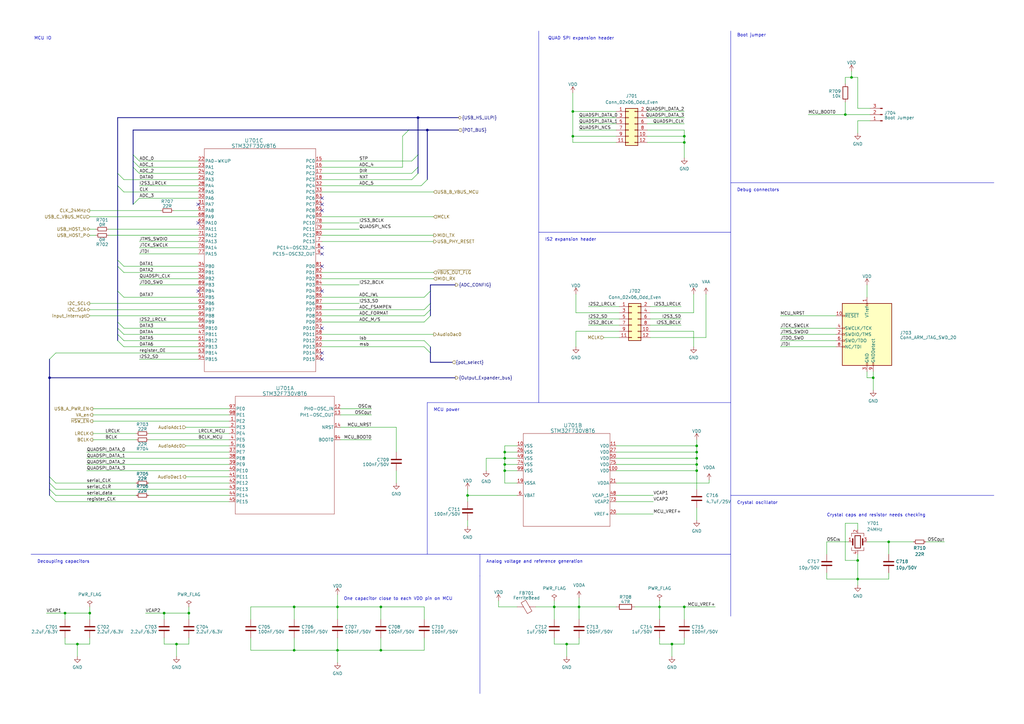
<source format=kicad_sch>
(kicad_sch (version 20230121) (generator eeschema)
  (paper "A3")
  (bus_alias "Output_Expander_bus" (members "serial_CLK" "serial_CLR" "serial_data" "register_CLK" "register_OE"))
  (bus_alias "USB_HS_ULPI" (members "STP" "DIR" "NXT" "DATA0" "DATA1" "DATA2" "DATA3" "DATA4" "DATA5" "DATA6" "DATA7" "CLK"))
  (bus_alias "pot_select" (members "lsb" "msb"))
  (junction (at 280.67 58.42))
  (junction (at 227.33 248.92))
  (junction (at 207.01 185.42))
  (junction (at 351.79 229.87))
  (junction (at 26.67 251.46))
  (junction (at 36.83 251.46))
  (junction (at 280.67 248.92))
  (junction (at 67.31 251.46))
  (junction (at 156.21 266.7))
  (junction (at 191.77 203.2))
  (junction (at 232.41 264.16))
  (junction (at 285.75 185.42))
  (junction (at 138.43 248.92))
  (junction (at 120.65 248.92))
  (junction (at 270.51 248.92))
  (junction (at 349.25 31.75))
  (junction (at 364.49 222.25))
  (junction (at 171.45 48.26))
  (junction (at 285.75 187.96))
  (junction (at 234.95 55.88))
  (junction (at 275.59 264.16))
  (junction (at 72.39 264.16))
  (junction (at 285.75 190.5))
  (junction (at 31.75 264.16))
  (junction (at 120.65 266.7))
  (junction (at 234.95 45.72))
  (junction (at 237.49 248.92))
  (junction (at 77.47 251.46))
  (junction (at 138.43 266.7))
  (junction (at 346.71 46.99))
  (junction (at 285.75 182.88))
  (junction (at 20.32 154.94))
  (junction (at 358.14 154.94))
  (junction (at 280.67 55.88))
  (junction (at 175.26 53.34))
  (junction (at 285.75 193.04))
  (junction (at 156.21 248.92))
  (junction (at 351.79 237.49))
  (junction (at 207.01 187.96))
  (junction (at 207.01 190.5))
  (junction (at 207.01 193.04))
  (no_connect (at 132.08 144.78))
  (no_connect (at 81.28 119.38))
  (no_connect (at 132.08 81.28))
  (no_connect (at 132.08 104.14))
  (no_connect (at 132.08 147.32))
  (no_connect (at 132.08 119.38))
  (no_connect (at 81.28 83.82))
  (no_connect (at 132.08 134.62))
  (no_connect (at 132.08 101.6))
  (no_connect (at 81.28 91.44))
  (no_connect (at 132.08 83.82))
  (no_connect (at 132.08 109.22))
  (no_connect (at 132.08 86.36))
  (bus_entry (at 48.26 76.2) (size 2.54 2.54))
  (bus_entry (at 54.61 66.04) (size 2.54 2.54))
  (bus_entry (at 176.53 129.54) (size -2.54 2.54))
  (bus_entry (at 173.99 139.7) (size 2.54 2.54))
  (bus_entry (at 20.32 198.12) (size 2.54 2.54))
  (bus_entry (at 48.26 109.22) (size 2.54 2.54))
  (bus_entry (at 20.32 200.66) (size 2.54 2.54))
  (bus_entry (at 54.61 63.5) (size 2.54 2.54))
  (bus_entry (at 20.32 195.58) (size 2.54 2.54))
  (bus_entry (at 168.91 71.12) (size 2.54 -2.54))
  (bus_entry (at 54.61 68.58) (size 2.54 2.54))
  (bus_entry (at 48.26 137.16) (size 2.54 2.54))
  (bus_entry (at 176.53 124.46) (size -2.54 2.54))
  (bus_entry (at 48.26 132.08) (size 2.54 2.54))
  (bus_entry (at 48.26 71.12) (size 2.54 2.54))
  (bus_entry (at 175.26 73.66) (size -2.54 2.54))
  (bus_entry (at 176.53 127) (size -2.54 2.54))
  (bus_entry (at 176.53 119.38) (size -2.54 2.54))
  (bus_entry (at 48.26 106.68) (size 2.54 2.54))
  (bus_entry (at 167.64 53.34) (size -2.54 2.54))
  (bus_entry (at 173.99 142.24) (size 2.54 2.54))
  (bus_entry (at 57.15 81.28) (size -2.54 2.54))
  (bus_entry (at 48.26 139.7) (size 2.54 2.54))
  (bus_entry (at 48.26 134.62) (size 2.54 2.54))
  (bus_entry (at 20.32 203.2) (size 2.54 2.54))
  (bus_entry (at 48.26 119.38) (size 2.54 2.54))
  (bus_entry (at 168.91 66.04) (size 2.54 -2.54))
  (bus_entry (at 168.91 73.66) (size 2.54 -2.54))
  (bus_entry (at 22.86 144.78) (size -2.54 2.54))
  (bus (pts (xy 48.26 132.08) (xy 48.26 119.38)))
  (wire (pts (xy 356.87 49.53) (xy 351.79 49.53)))
  (wire (pts (xy 67.31 261.62) (xy 67.31 264.16)))
  (wire (pts (xy 351.79 31.75) (xy 349.25 31.75)))
  (wire (pts (xy 355.6 222.25) (xy 364.49 222.25)))
  (wire (pts (xy 76.2 182.88) (xy 93.98 182.88)))
  (wire (pts (xy 57.15 132.08) (xy 81.28 132.08)))
  (wire (pts (xy 379.73 222.25) (xy 387.35 222.25)))
  (wire (pts (xy 132.08 132.08) (xy 173.99 132.08)))
  (wire (pts (xy 191.77 213.36) (xy 191.77 215.9)))
  (bus (pts (xy 48.26 48.26) (xy 171.45 48.26)))
  (polyline (pts (xy 299.72 12.7) (xy 299.72 74.93)))
  (wire (pts (xy 132.08 91.44) (xy 147.32 91.44)))
  (wire (pts (xy 212.09 198.12) (xy 207.01 198.12)))
  (wire (pts (xy 207.01 185.42) (xy 207.01 187.96)))
  (wire (pts (xy 280.67 53.34) (xy 280.67 55.88)))
  (bus (pts (xy 20.32 195.58) (xy 20.32 198.12)))
  (wire (pts (xy 285.75 187.96) (xy 285.75 185.42)))
  (wire (pts (xy 207.01 190.5) (xy 207.01 193.04)))
  (wire (pts (xy 38.1 170.18) (xy 93.98 170.18)))
  (wire (pts (xy 138.43 266.7) (xy 138.43 261.62)))
  (bus (pts (xy 20.32 198.12) (xy 20.32 200.66)))
  (wire (pts (xy 132.08 71.12) (xy 168.91 71.12)))
  (wire (pts (xy 252.73 210.82) (xy 267.97 210.82)))
  (wire (pts (xy 285.75 190.5) (xy 285.75 187.96)))
  (wire (pts (xy 275.59 264.16) (xy 275.59 269.24)))
  (bus (pts (xy 54.61 66.04) (xy 54.61 63.5)))
  (wire (pts (xy 36.83 86.36) (xy 66.04 86.36)))
  (wire (pts (xy 355.6 116.84) (xy 355.6 121.92)))
  (bus (pts (xy 185.42 148.59) (xy 176.53 148.59)))
  (wire (pts (xy 207.01 193.04) (xy 212.09 193.04)))
  (wire (pts (xy 57.15 116.84) (xy 81.28 116.84)))
  (wire (pts (xy 252.73 58.42) (xy 234.95 58.42)))
  (wire (pts (xy 71.12 86.36) (xy 81.28 86.36)))
  (polyline (pts (xy 299.72 203.2) (xy 299.72 165.1)))
  (wire (pts (xy 351.79 237.49) (xy 351.79 240.03)))
  (wire (pts (xy 252.73 193.04) (xy 285.75 193.04)))
  (wire (pts (xy 227.33 246.38) (xy 227.33 248.92)))
  (wire (pts (xy 36.83 124.46) (xy 81.28 124.46)))
  (wire (pts (xy 364.49 222.25) (xy 364.49 227.33)))
  (wire (pts (xy 50.8 111.76) (xy 81.28 111.76)))
  (wire (pts (xy 38.1 180.34) (xy 55.88 180.34)))
  (wire (pts (xy 36.83 251.46) (xy 36.83 254)))
  (wire (pts (xy 232.41 264.16) (xy 227.33 264.16)))
  (wire (pts (xy 252.73 185.42) (xy 285.75 185.42)))
  (wire (pts (xy 102.87 266.7) (xy 120.65 266.7)))
  (wire (pts (xy 241.3 130.81) (xy 254 130.81)))
  (wire (pts (xy 331.47 46.99) (xy 346.71 46.99)))
  (wire (pts (xy 289.56 120.65) (xy 289.56 138.43)))
  (wire (pts (xy 265.43 58.42) (xy 280.67 58.42)))
  (wire (pts (xy 270.51 246.38) (xy 270.51 248.92)))
  (wire (pts (xy 270.51 264.16) (xy 270.51 261.62)))
  (polyline (pts (xy 12.7 227.33) (xy 196.85 227.33)))
  (wire (pts (xy 93.98 195.58) (xy 76.2 195.58)))
  (wire (pts (xy 36.83 88.9) (xy 81.28 88.9)))
  (wire (pts (xy 138.43 266.7) (xy 138.43 271.78)))
  (wire (pts (xy 132.08 73.66) (xy 168.91 73.66)))
  (bus (pts (xy 167.64 53.34) (xy 175.26 53.34)))
  (wire (pts (xy 252.73 55.88) (xy 234.95 55.88)))
  (bus (pts (xy 48.26 71.12) (xy 48.26 48.26)))
  (wire (pts (xy 138.43 243.84) (xy 138.43 248.92)))
  (wire (pts (xy 207.01 182.88) (xy 207.01 185.42)))
  (wire (pts (xy 120.65 248.92) (xy 138.43 248.92)))
  (wire (pts (xy 132.08 99.06) (xy 177.8 99.06)))
  (wire (pts (xy 212.09 248.92) (xy 204.47 248.92)))
  (wire (pts (xy 270.51 248.92) (xy 270.51 254)))
  (bus (pts (xy 176.53 119.38) (xy 176.53 116.84)))
  (wire (pts (xy 212.09 187.96) (xy 207.01 187.96)))
  (wire (pts (xy 102.87 254) (xy 102.87 248.92)))
  (wire (pts (xy 50.8 78.74) (xy 81.28 78.74)))
  (bus (pts (xy 20.32 200.66) (xy 20.32 203.2)))
  (bus (pts (xy 54.61 68.58) (xy 54.61 66.04)))
  (bus (pts (xy 48.26 119.38) (xy 48.26 109.22)))
  (wire (pts (xy 346.71 41.91) (xy 346.71 46.99)))
  (wire (pts (xy 35.56 193.04) (xy 93.98 193.04)))
  (wire (pts (xy 132.08 68.58) (xy 165.1 68.58)))
  (wire (pts (xy 173.99 261.62) (xy 173.99 266.7)))
  (wire (pts (xy 265.43 45.72) (xy 280.67 45.72)))
  (wire (pts (xy 22.86 200.66) (xy 93.98 200.66)))
  (wire (pts (xy 355.6 152.4) (xy 355.6 154.94)))
  (bus (pts (xy 171.45 48.26) (xy 187.96 48.26)))
  (wire (pts (xy 285.75 193.04) (xy 285.75 200.66)))
  (wire (pts (xy 173.99 254) (xy 173.99 248.92)))
  (wire (pts (xy 241.3 133.35) (xy 254 133.35)))
  (wire (pts (xy 132.08 114.3) (xy 177.8 114.3)))
  (wire (pts (xy 351.79 229.87) (xy 351.79 237.49)))
  (wire (pts (xy 351.79 49.53) (xy 351.79 54.61)))
  (wire (pts (xy 252.73 190.5) (xy 285.75 190.5)))
  (wire (pts (xy 57.15 76.2) (xy 81.28 76.2)))
  (bus (pts (xy 175.26 53.34) (xy 175.26 73.66)))
  (wire (pts (xy 72.39 264.16) (xy 77.47 264.16)))
  (wire (pts (xy 165.1 55.88) (xy 165.1 68.58)))
  (bus (pts (xy 175.26 53.34) (xy 187.96 53.34)))
  (wire (pts (xy 265.43 50.8) (xy 280.67 50.8)))
  (wire (pts (xy 132.08 88.9) (xy 177.8 88.9)))
  (wire (pts (xy 156.21 266.7) (xy 138.43 266.7)))
  (wire (pts (xy 320.04 134.62) (xy 342.9 134.62)))
  (wire (pts (xy 290.83 198.12) (xy 252.73 198.12)))
  (wire (pts (xy 132.08 137.16) (xy 177.8 137.16)))
  (wire (pts (xy 252.73 205.74) (xy 267.97 205.74)))
  (wire (pts (xy 227.33 264.16) (xy 227.33 261.62)))
  (wire (pts (xy 237.49 245.11) (xy 237.49 248.92)))
  (wire (pts (xy 191.77 200.66) (xy 191.77 203.2)))
  (wire (pts (xy 22.86 205.74) (xy 93.98 205.74)))
  (wire (pts (xy 349.25 29.21) (xy 349.25 31.75)))
  (bus (pts (xy 20.32 154.94) (xy 20.32 195.58)))
  (wire (pts (xy 280.67 58.42) (xy 280.67 64.77)))
  (wire (pts (xy 320.04 137.16) (xy 342.9 137.16)))
  (wire (pts (xy 139.7 167.64) (xy 152.4 167.64)))
  (wire (pts (xy 132.08 111.76) (xy 177.8 111.76)))
  (wire (pts (xy 252.73 203.2) (xy 267.97 203.2)))
  (wire (pts (xy 50.8 134.62) (xy 81.28 134.62)))
  (wire (pts (xy 237.49 50.8) (xy 252.73 50.8)))
  (wire (pts (xy 349.25 31.75) (xy 346.71 31.75)))
  (wire (pts (xy 36.83 248.92) (xy 36.83 251.46)))
  (wire (pts (xy 285.75 182.88) (xy 252.73 182.88)))
  (wire (pts (xy 212.09 182.88) (xy 207.01 182.88)))
  (wire (pts (xy 339.09 237.49) (xy 351.79 237.49)))
  (wire (pts (xy 72.39 264.16) (xy 72.39 269.24)))
  (wire (pts (xy 22.86 144.78) (xy 81.28 144.78)))
  (wire (pts (xy 38.1 167.64) (xy 93.98 167.64)))
  (wire (pts (xy 132.08 129.54) (xy 173.99 129.54)))
  (wire (pts (xy 293.37 248.92) (xy 280.67 248.92)))
  (wire (pts (xy 280.67 55.88) (xy 280.67 58.42)))
  (wire (pts (xy 26.67 251.46) (xy 36.83 251.46)))
  (wire (pts (xy 275.59 264.16) (xy 270.51 264.16)))
  (wire (pts (xy 120.65 266.7) (xy 138.43 266.7)))
  (wire (pts (xy 234.95 38.1) (xy 234.95 45.72)))
  (wire (pts (xy 290.83 198.12) (xy 290.83 196.85)))
  (wire (pts (xy 76.2 175.26) (xy 93.98 175.26)))
  (polyline (pts (xy 299.72 203.2) (xy 407.67 203.2)))
  (bus (pts (xy 176.53 127) (xy 176.53 129.54)))
  (wire (pts (xy 132.08 96.52) (xy 177.8 96.52)))
  (wire (pts (xy 265.43 55.88) (xy 280.67 55.88)))
  (wire (pts (xy 284.48 135.89) (xy 266.7 135.89)))
  (wire (pts (xy 60.96 203.2) (xy 93.98 203.2)))
  (wire (pts (xy 35.56 187.96) (xy 93.98 187.96)))
  (wire (pts (xy 347.98 222.25) (xy 339.09 222.25)))
  (bus (pts (xy 176.53 116.84) (xy 186.69 116.84)))
  (wire (pts (xy 339.09 234.95) (xy 339.09 237.49)))
  (wire (pts (xy 339.09 222.25) (xy 339.09 227.33)))
  (wire (pts (xy 162.56 175.26) (xy 139.7 175.26)))
  (bus (pts (xy 176.53 144.78) (xy 176.53 148.59)))
  (wire (pts (xy 102.87 261.62) (xy 102.87 266.7)))
  (wire (pts (xy 36.83 127) (xy 81.28 127)))
  (wire (pts (xy 26.67 251.46) (xy 26.67 254)))
  (wire (pts (xy 232.41 264.16) (xy 232.41 269.24)))
  (polyline (pts (xy 299.72 227.33) (xy 299.72 252.73)))
  (bus (pts (xy 48.26 76.2) (xy 48.26 71.12)))
  (wire (pts (xy 67.31 264.16) (xy 72.39 264.16)))
  (polyline (pts (xy 299.72 165.1) (xy 299.72 74.93)))
  (wire (pts (xy 36.83 264.16) (xy 36.83 261.62)))
  (wire (pts (xy 266.7 125.73) (xy 279.4 125.73)))
  (wire (pts (xy 77.47 264.16) (xy 77.47 261.62)))
  (wire (pts (xy 252.73 187.96) (xy 285.75 187.96)))
  (wire (pts (xy 38.1 177.8) (xy 55.88 177.8)))
  (bus (pts (xy 20.32 154.94) (xy 186.69 154.94)))
  (wire (pts (xy 132.08 66.04) (xy 168.91 66.04)))
  (wire (pts (xy 212.09 185.42) (xy 207.01 185.42)))
  (wire (pts (xy 36.83 93.98) (xy 39.37 93.98)))
  (polyline (pts (xy 175.26 165.1) (xy 175.26 227.33)))
  (bus (pts (xy 48.26 134.62) (xy 48.26 132.08)))
  (wire (pts (xy 356.87 44.45) (xy 351.79 44.45)))
  (wire (pts (xy 60.96 180.34) (xy 93.98 180.34)))
  (wire (pts (xy 22.86 203.2) (xy 55.88 203.2)))
  (wire (pts (xy 280.67 264.16) (xy 275.59 264.16)))
  (wire (pts (xy 173.99 266.7) (xy 156.21 266.7)))
  (wire (pts (xy 173.99 248.92) (xy 156.21 248.92)))
  (wire (pts (xy 26.67 261.62) (xy 26.67 264.16)))
  (wire (pts (xy 132.08 76.2) (xy 172.72 76.2)))
  (wire (pts (xy 236.22 120.65) (xy 236.22 128.27)))
  (wire (pts (xy 234.95 45.72) (xy 252.73 45.72)))
  (bus (pts (xy 171.45 68.58) (xy 171.45 71.12)))
  (wire (pts (xy 284.48 120.65) (xy 284.48 128.27)))
  (wire (pts (xy 236.22 128.27) (xy 254 128.27)))
  (wire (pts (xy 57.15 101.6) (xy 81.28 101.6)))
  (wire (pts (xy 139.7 170.18) (xy 152.4 170.18)))
  (wire (pts (xy 346.71 214.63) (xy 346.71 229.87)))
  (wire (pts (xy 241.3 125.73) (xy 254 125.73)))
  (wire (pts (xy 38.1 172.72) (xy 93.98 172.72)))
  (wire (pts (xy 60.96 177.8) (xy 93.98 177.8)))
  (polyline (pts (xy 220.98 95.25) (xy 299.72 95.25)))
  (wire (pts (xy 234.95 58.42) (xy 234.95 55.88)))
  (wire (pts (xy 132.08 124.46) (xy 147.32 124.46)))
  (bus (pts (xy 176.53 142.24) (xy 176.53 144.78)))
  (wire (pts (xy 237.49 248.92) (xy 227.33 248.92)))
  (wire (pts (xy 284.48 135.89) (xy 284.48 142.24)))
  (wire (pts (xy 102.87 248.92) (xy 120.65 248.92)))
  (bus (pts (xy 20.32 147.32) (xy 20.32 154.94)))
  (wire (pts (xy 138.43 248.92) (xy 138.43 254)))
  (wire (pts (xy 162.56 193.04) (xy 162.56 198.12)))
  (wire (pts (xy 346.71 31.75) (xy 346.71 34.29)))
  (wire (pts (xy 57.15 66.04) (xy 81.28 66.04)))
  (bus (pts (xy 48.26 109.22) (xy 48.26 106.68)))
  (wire (pts (xy 36.83 129.54) (xy 81.28 129.54)))
  (wire (pts (xy 57.15 68.58) (xy 81.28 68.58)))
  (wire (pts (xy 57.15 104.14) (xy 81.28 104.14)))
  (wire (pts (xy 26.67 264.16) (xy 31.75 264.16)))
  (wire (pts (xy 60.96 198.12) (xy 93.98 198.12)))
  (wire (pts (xy 67.31 251.46) (xy 77.47 251.46)))
  (wire (pts (xy 285.75 208.28) (xy 285.75 213.36)))
  (wire (pts (xy 139.7 180.34) (xy 152.4 180.34)))
  (wire (pts (xy 237.49 53.34) (xy 252.73 53.34)))
  (wire (pts (xy 236.22 135.89) (xy 254 135.89)))
  (wire (pts (xy 212.09 203.2) (xy 191.77 203.2)))
  (wire (pts (xy 77.47 248.92) (xy 77.47 251.46)))
  (polyline (pts (xy 220.98 165.1) (xy 220.98 95.25)))
  (wire (pts (xy 227.33 248.92) (xy 219.71 248.92)))
  (wire (pts (xy 351.79 237.49) (xy 364.49 237.49)))
  (wire (pts (xy 237.49 264.16) (xy 232.41 264.16)))
  (wire (pts (xy 279.4 133.35) (xy 266.7 133.35)))
  (wire (pts (xy 57.15 81.28) (xy 81.28 81.28)))
  (bus (pts (xy 48.26 76.2) (xy 48.26 106.68)))
  (wire (pts (xy 280.67 248.92) (xy 280.67 254)))
  (wire (pts (xy 57.15 147.32) (xy 81.28 147.32)))
  (bus (pts (xy 171.45 63.5) (xy 171.45 68.58)))
  (wire (pts (xy 320.04 142.24) (xy 342.9 142.24)))
  (wire (pts (xy 320.04 129.54) (xy 342.9 129.54)))
  (wire (pts (xy 320.04 139.7) (xy 342.9 139.7)))
  (wire (pts (xy 364.49 237.49) (xy 364.49 234.95)))
  (wire (pts (xy 279.4 130.81) (xy 266.7 130.81)))
  (wire (pts (xy 35.56 190.5) (xy 93.98 190.5)))
  (bus (pts (xy 48.26 137.16) (xy 48.26 134.62)))
  (wire (pts (xy 156.21 254) (xy 156.21 248.92)))
  (bus (pts (xy 176.53 124.46) (xy 176.53 127)))
  (wire (pts (xy 237.49 261.62) (xy 237.49 264.16)))
  (wire (pts (xy 36.83 96.52) (xy 39.37 96.52)))
  (wire (pts (xy 31.75 264.16) (xy 36.83 264.16)))
  (wire (pts (xy 280.67 248.92) (xy 270.51 248.92)))
  (wire (pts (xy 35.56 185.42) (xy 93.98 185.42)))
  (wire (pts (xy 204.47 246.38) (xy 204.47 248.92)))
  (wire (pts (xy 346.71 229.87) (xy 351.79 229.87)))
  (wire (pts (xy 351.79 217.17) (xy 351.79 214.63)))
  (wire (pts (xy 120.65 248.92) (xy 120.65 254)))
  (wire (pts (xy 132.08 121.92) (xy 173.99 121.92)))
  (wire (pts (xy 284.48 128.27) (xy 266.7 128.27)))
  (bus (pts (xy 176.53 119.38) (xy 176.53 124.46)))
  (wire (pts (xy 50.8 73.66) (xy 81.28 73.66)))
  (wire (pts (xy 364.49 222.25) (xy 374.65 222.25)))
  (wire (pts (xy 132.08 127) (xy 173.99 127)))
  (polyline (pts (xy 299.72 74.93) (xy 407.67 74.93)))
  (wire (pts (xy 50.8 121.92) (xy 81.28 121.92)))
  (wire (pts (xy 19.05 251.46) (xy 26.67 251.46)))
  (wire (pts (xy 120.65 261.62) (xy 120.65 266.7)))
  (wire (pts (xy 265.43 53.34) (xy 280.67 53.34)))
  (wire (pts (xy 351.79 214.63) (xy 346.71 214.63)))
  (wire (pts (xy 351.79 227.33) (xy 351.79 229.87)))
  (polyline (pts (xy 299.72 165.1) (xy 175.26 165.1)))
  (wire (pts (xy 50.8 139.7) (xy 81.28 139.7)))
  (wire (pts (xy 358.14 154.94) (xy 358.14 160.02)))
  (wire (pts (xy 237.49 48.26) (xy 252.73 48.26)))
  (bus (pts (xy 54.61 63.5) (xy 54.61 53.34)))
  (wire (pts (xy 77.47 251.46) (xy 77.47 254)))
  (wire (pts (xy 199.39 193.04) (xy 199.39 187.96)))
  (wire (pts (xy 247.65 138.43) (xy 254 138.43)))
  (wire (pts (xy 234.95 55.88) (xy 234.95 45.72)))
  (bus (pts (xy 48.26 139.7) (xy 48.26 137.16)))
  (wire (pts (xy 346.71 46.99) (xy 356.87 46.99)))
  (wire (pts (xy 156.21 261.62) (xy 156.21 266.7)))
  (polyline (pts (xy 220.98 12.7) (xy 220.98 95.25)))
  (wire (pts (xy 280.67 261.62) (xy 280.67 264.16)))
  (wire (pts (xy 236.22 135.89) (xy 236.22 142.24)))
  (wire (pts (xy 289.56 138.43) (xy 266.7 138.43)))
  (wire (pts (xy 132.08 78.74) (xy 177.8 78.74)))
  (wire (pts (xy 162.56 175.26) (xy 162.56 185.42)))
  (wire (pts (xy 132.08 139.7) (xy 173.99 139.7)))
  (wire (pts (xy 50.8 109.22) (xy 81.28 109.22)))
  (wire (pts (xy 31.75 264.16) (xy 31.75 269.24)))
  (wire (pts (xy 132.08 142.24) (xy 173.99 142.24)))
  (polyline (pts (xy 196.85 236.22) (xy 196.85 227.33)))
  (wire (pts (xy 252.73 248.92) (xy 237.49 248.92)))
  (wire (pts (xy 227.33 248.92) (xy 227.33 254)))
  (wire (pts (xy 212.09 190.5) (xy 207.01 190.5)))
  (wire (pts (xy 207.01 198.12) (xy 207.01 193.04)))
  (bus (pts (xy 54.61 53.34) (xy 167.64 53.34)))
  (wire (pts (xy 57.15 71.12) (xy 81.28 71.12)))
  (wire (pts (xy 67.31 251.46) (xy 67.31 254)))
  (wire (pts (xy 285.75 180.34) (xy 285.75 182.88)))
  (wire (pts (xy 50.8 137.16) (xy 81.28 137.16)))
  (wire (pts (xy 351.79 31.75) (xy 351.79 44.45)))
  (wire (pts (xy 44.45 96.52) (xy 81.28 96.52)))
  (wire (pts (xy 285.75 193.04) (xy 285.75 190.5)))
  (wire (pts (xy 50.8 142.24) (xy 81.28 142.24)))
  (wire (pts (xy 270.51 248.92) (xy 260.35 248.92)))
  (wire (pts (xy 355.6 154.94) (xy 358.14 154.94)))
  (wire (pts (xy 57.15 114.3) (xy 81.28 114.3)))
  (bus (pts (xy 171.45 48.26) (xy 171.45 63.5)))
  (wire (pts (xy 44.45 93.98) (xy 81.28 93.98)))
  (wire (pts (xy 22.86 198.12) (xy 55.88 198.12)))
  (wire (pts (xy 132.08 93.98) (xy 147.32 93.98)))
  (wire (pts (xy 191.77 203.2) (xy 191.77 205.74)))
  (wire (pts (xy 156.21 248.92) (xy 138.43 248.92)))
  (bus (pts (xy 54.61 68.58) (xy 54.61 83.82)))
  (polyline (pts (xy 196.85 227.33) (xy 299.72 227.33)))
  (wire (pts (xy 59.69 251.46) (xy 67.31 251.46)))
  (wire (pts (xy 265.43 48.26) (xy 280.67 48.26)))
  (polyline (pts (xy 299.72 227.33) (xy 299.72 203.2)))
  (wire (pts (xy 132.08 116.84) (xy 147.32 116.84)))
  (wire (pts (xy 199.39 187.96) (xy 207.01 187.96)))
  (polyline (pts (xy 196.85 236.22) (xy 196.85 284.48)))
  (wire (pts (xy 207.01 187.96) (xy 207.01 190.5)))
  (wire (pts (xy 285.75 185.42) (xy 285.75 182.88)))
  (wire (pts (xy 57.15 99.06) (xy 81.28 99.06)))
  (wire (pts (xy 237.49 248.92) (xy 237.49 254)))
  (wire (pts (xy 358.14 152.4) (xy 358.14 154.94)))
  (text "Decoupling capacitors" (at 15.24 231.14 0) (effects (font (size 1.27 1.27)) (justify left bottom)))
  (text "Debug connectors" (at 302.26 78.74 0) (effects (font (size 1.27 1.27)) (justify left bottom)))
  (text "QUAD SPI expansion header" (at 224.79 16.51 0) (effects (font (size 1.27 1.27)) (justify left bottom)))
  (text "Boot jumper" (at 302.26 15.24 0) (effects (font (size 1.27 1.27)) (justify left bottom)))
  (text "MCU IO" (at 13.97 16.51 0) (effects (font (size 1.27 1.27)) (justify left bottom)))
  (text "Analog voltage and reference generation" (at 199.39 231.14 0) (effects (font (size 1.27 1.27)) (justify left bottom)))
  (text "Crystal caps and resistor needs checking\n" (at 339.09 212.09 0) (effects (font (size 1.27 1.27)) (justify left bottom)))
  (text "MCU power" (at 177.8 168.91 0) (effects (font (size 1.27 1.27)) (justify left bottom)))
  (text "One capacitor close to each VDD pin on MCU" (at 140.97 246.38 0) (effects (font (size 1.27 1.27)) (justify left bottom)))
  (text "IS2 expansion header" (at 223.52 99.06 0) (effects (font (size 1.27 1.27)) (justify left bottom)))
  (text "Crystal oscillator" (at 302.26 207.01 0) (effects (font (size 1.27 1.27)) (justify left bottom)))
  (label "I2S3_SD" (at 279.4 130.81 180))
  (label "register_CLK" (at 35.56 205.74 0))
  (label "JTDO_SWO" (at 57.15 116.84 0))
  (label "QUADSPI_DATA_3" (at 280.67 48.26 180))
  (label "ADC_4" (at 147.32 68.58 0))
  (label "NXT" (at 147.32 73.66 0))
  (label "I2S2_SD" (at 241.3 130.81 0))
  (label "MCU_VREF+" (at 293.37 248.92 180))
  (label "DATA5" (at 57.15 139.7 0))
  (label "CLK" (at 57.15 78.74 0))
  (label "I2S2_LRCLK" (at 241.3 125.73 0))
  (label "MCU_VREF+" (at 267.97 210.82 0))
  (label "JTDI" (at 320.04 142.24 0))
  (label "I2S3_SD" (at 147.32 124.46 0))
  (label "VCAP1" (at 19.05 251.46 0))
  (label "serial_CLR" (at 35.56 200.66 0))
  (label "MCU_BOOT0" (at 152.4 180.34 180))
  (label "JTCK_SWCLK" (at 57.15 101.6 0))
  (label "BCLK" (at 43.18 180.34 0))
  (label "ADC_IWL" (at 147.32 121.92 0))
  (label "ADC_FORMAT" (at 147.32 129.54 0))
  (label "ADC_1" (at 57.15 68.58 0))
  (label "ADC_0" (at 57.15 66.04 0))
  (label "STP" (at 147.32 66.04 0))
  (label "I2S2_SD" (at 57.15 147.32 0))
  (label "OSC_{OUT}" (at 387.35 222.25 180))
  (label "DIR" (at 147.32 71.12 0))
  (label "OSC_{OUT}" (at 152.4 170.18 180))
  (label "I2S2_LRCLK" (at 57.15 132.08 0))
  (label "I2S3_LRCLK" (at 279.4 125.73 180))
  (label "VCAP2" (at 267.97 205.74 0))
  (label "OSC_{IN}" (at 152.4 167.64 180))
  (label "ADC_M{slash}S" (at 147.32 132.08 0))
  (label "QUADSPI_NCS" (at 237.49 53.34 0))
  (label "JTMS_SWDIO" (at 57.15 99.06 0))
  (label "LRCLK" (at 43.18 177.8 0))
  (label "QUADSPI_DATA_1" (at 35.56 187.96 0))
  (label "ADC_3" (at 57.15 81.28 0))
  (label "LRCLK_MCU" (at 81.28 177.8 0))
  (label "lsb" (at 147.32 139.7 0))
  (label "QUADSPI_NCS" (at 147.32 93.98 0))
  (label "register_OE" (at 57.15 144.78 0))
  (label "DATA7" (at 57.15 121.92 0))
  (label "ADC_5" (at 147.32 76.2 0))
  (label "OSC_{IN}" (at 339.09 222.25 0))
  (label "DATA2" (at 57.15 111.76 0))
  (label "I2S3_BCLK" (at 279.4 133.35 180))
  (label "QUADSPI_CLK" (at 280.67 50.8 180))
  (label "serial_CLK" (at 35.56 198.12 0))
  (label "MCU_NRST" (at 152.4 175.26 180))
  (label "VCAP1" (at 267.97 203.2 0))
  (label "serial_data" (at 35.56 203.2 0))
  (label "I2S3_LRCLK" (at 57.15 76.2 0))
  (label "JTCK_SWCLK" (at 320.04 134.62 0))
  (label "QUADSPI_DATA_2" (at 280.67 45.72 180))
  (label "ADC_2" (at 57.15 71.12 0))
  (label "QUADSPI_CLK" (at 57.15 114.3 0))
  (label "QUADSPI_DATA_0" (at 237.49 48.26 0))
  (label "QUADSPI_DATA_1" (at 237.49 50.8 0))
  (label "BCLK_MCU" (at 81.28 180.34 0))
  (label "I2S2_BCLK" (at 241.3 133.35 0))
  (label "QUADSPI_DATA_3" (at 35.56 193.04 0))
  (label "DATA1" (at 57.15 109.22 0))
  (label "QUADSPI_DATA_0" (at 35.56 185.42 0))
  (label "DATA0" (at 57.15 73.66 0))
  (label "JTMS_SWDIO" (at 320.04 137.16 0))
  (label "MCU_BOOT0" (at 331.47 46.99 0))
  (label "QUADSPI_DATA_2" (at 35.56 190.5 0))
  (label "msb" (at 147.32 142.24 0))
  (label "I2S2_BCLK" (at 147.32 116.84 0))
  (label "MCU_NRST" (at 320.04 129.54 0))
  (label "VCAP2" (at 59.69 251.46 0))
  (label "ADC_FSAMPEN" (at 147.32 127 0))
  (label "JTDO_SWO" (at 320.04 139.7 0))
  (label "DATA6" (at 57.15 142.24 0))
  (label "JTDI" (at 57.15 104.14 0))
  (label "DATA4" (at 57.15 137.16 0))
  (label "DATA3" (at 57.15 134.62 0))
  (label "I2S3_BCLK" (at 147.32 91.44 0))
  (hierarchical_label "CLK_24MHz" (shape output) (at 36.83 86.36 180))
  (hierarchical_label "USB_C_VBUS_MCU" (shape input) (at 36.83 88.9 180))
  (hierarchical_label "I2C_SCA" (shape bidirectional) (at 36.83 127 180))
  (hierarchical_label "VA_en" (shape output) (at 38.1 170.18 180))
  (hierarchical_label "{Output_Expander_bus}" (shape output) (at 186.69 154.94 0))
  (hierarchical_label "AudioAdc0" (shape input) (at 76.2 182.88 180))
  (hierarchical_label "AudioDac0" (shape output) (at 177.8 137.16 0))
  (hierarchical_label "MIDI_TX" (shape output) (at 177.8 96.52 0))
  (hierarchical_label "{ADC_CONFIG}" (shape output) (at 186.69 116.84 0))
  (hierarchical_label "MCLK" (shape input) (at 177.8 88.9 0))
  (hierarchical_label "{POT_BUS}" (shape input) (at 187.96 53.34 0))
  (hierarchical_label "{USB_HS_ULPI}" (shape bidirectional) (at 187.96 48.26 0))
  (hierarchical_label "BCLK" (shape output) (at 38.1 180.34 180))
  (hierarchical_label "input_interrupt" (shape input) (at 36.83 129.54 180))
  (hierarchical_label "USB_A_PWR_EN" (shape output) (at 38.1 167.64 180))
  (hierarchical_label "USB_HOST_N" (shape bidirectional) (at 36.83 93.98 180))
  (hierarchical_label "USB_HOST_P" (shape bidirectional) (at 36.83 96.52 180))
  (hierarchical_label "USB_PHY_RESET" (shape output) (at 177.8 99.06 0))
  (hierarchical_label "AudioDac1" (shape output) (at 76.2 195.58 180))
  (hierarchical_label "USB_B_VBUS_MCU" (shape input) (at 177.8 78.74 0))
  (hierarchical_label "I2C_SCL" (shape output) (at 36.83 124.46 180))
  (hierarchical_label "{pot_select}" (shape input) (at 185.42 148.59 0))
  (hierarchical_label "~{HSW_EN}" (shape output) (at 38.1 172.72 180))
  (hierarchical_label "~{VBUS_OUT_FLG}" (shape input) (at 177.8 111.76 0))
  (hierarchical_label "MIDI_RX" (shape input) (at 177.8 114.3 0))
  (hierarchical_label "MCLK" (shape input) (at 247.65 138.43 180))
  (hierarchical_label "AudioAdc1" (shape input) (at 76.2 175.26 180))
  (hierarchical_label "LRCLK" (shape output) (at 38.1 177.8 180))
  (symbol (lib_id "Device:R") (at 256.54 248.92 270) (mirror x) (unit 1)
    (property "Reference" "R708" (at 256.54 244.8941 90))
    (property "Value" "47R" (at 256.54 246.8151 90))
    (property "Footprint" "Resistor_SMD:R_0805_2012Metric_Pad1.20x1.40mm_HandSolder" (effects hide))
    (property "LCSC" "C2686517" (effects hide))
  )
  (symbol (lib_id "power:GND") (at 138.43 271.78 0) (unit 1)
    (property "Reference" "#PWR0704" (effects hide))
    (property "Value" "GND" (at 138.43 276.2234 0))
    (instances (project "Magna" (path "" (reference "#PWR0704") (unit 1))) (project "Ledwallcontroller" (path "" (reference "#PWR?") (unit 1))))
  )
  (symbol (lib_id "power:GND") (at 191.77 215.9 0) (unit 1)
    (property "Reference" "#PWR0707" (effects hide))
    (property "Value" "GND" (at 191.77 220.3434 0))
    (instances (project "Magna" (path "" (reference "#PWR0707") (unit 1))) (project "Ledwallcontroller" (path "" (reference "#PWR?") (unit 1))))
  )
  (symbol (lib_id "Device:C") (at 237.49 257.81 0) (unit 1)
    (property "Reference" "C713" (at 240.411 257.1663 0) (effects (justify left)))
    (property "Value" "100nF/50V" (at 240.411 259.0873 0) (effects (justify left)))
    (property "Footprint" "Capacitor_SMD:C_0805_2012Metric_Pad1.18x1.45mm_HandSolder" (effects hide))
    (property "LCSC" "C49678" (effects hide))
  )
  (symbol (lib_id "Device:C") (at 339.09 231.14 0) (mirror x) (unit 1)
    (property "Reference" "C717" (at 336.169 230.3053 0) (effects (justify right)))
    (property "Value" "10p/50V" (at 336.169 232.8422 0) (effects (justify right)))
    (property "Footprint" "Capacitor_SMD:C_0603_1608Metric_Pad1.08x0.95mm_HandSolder" (effects hide))
    (property "LCSC" "C1634" (effects hide))
    (instances (project "Magna" (path "" (reference "C717") (unit 1))) (project "Ledwallcontroller" (path "" (reference "C?") (unit 1))))
  )
  (symbol (lib_id "power:VDD") (at 355.6 116.84 0) (unit 1)
    (property "Reference" "#PWR0725" (effects hide))
    (property "Value" "VDD" (at 355.6 113.3381 0))
  )
  (symbol (lib_id "Skrooter_symbols:STM32F730V8T6") (at 76.2 66.04 0) (unit 3)
    (property "Reference" "U701" (at 104.14 57.6404 0) (effects (font (size 1.524 1.524))))
    (property "Value" "STM32F730V8T6" (at 104.14 59.8946 0) (effects (font (size 1.524 1.524))))
    (property "Footprint" "Skrooter_footprints:LQFP100-14x14mm" (effects hide))
    (property "Datasheet" "STM32F765VGT6" (effects hide))
    (property "LCSC" "C435845" (effects hide))
  )
  (symbol (lib_id "power:GND") (at 31.75 269.24 0) (unit 1)
    (property "Reference" "#PWR0701" (effects hide))
    (property "Value" "GND" (at 31.75 273.6834 0))
    (instances (project "Magna" (path "" (reference "#PWR0701") (unit 1))) (project "Ledwallcontroller" (path "" (reference "#PWR?") (unit 1))))
  )
  (symbol (lib_id "Connector_Generic:Conn_02x06_Odd_Even") (at 257.81 50.8 0) (unit 1)
    (property "Reference" "J701" (at 259.08 39.37 0))
    (property "Value" "Conn_02x06_Odd_Even" (at 259.08 41.91 0))
    (property "Footprint" "Connector_PinSocket_2.54mm:PinSocket_2x06_P2.54mm_Vertical_SMD" (effects hide))
    (property "LCSC" "C2685123" (effects hide))
  )
  (symbol (lib_id "Device:R") (at 346.71 38.1 0) (mirror y) (unit 1)
    (property "Reference" "R709" (at 344.932 37.4563 0) (effects (justify left)))
    (property "Value" "10k" (at 344.932 39.3773 0) (effects (justify left)))
    (property "Footprint" "Resistor_SMD:R_0805_2012Metric_Pad1.20x1.40mm_HandSolder" (effects hide))
    (property "LCSC" "C17414" (effects hide))
  )
  (symbol (lib_id "power:GND") (at 351.79 54.61 0) (unit 1)
    (property "Reference" "#PWR0723" (effects hide))
    (property "Value" "GND" (at 351.79 59.0534 0))
    (instances (project "Magna" (path "" (reference "#PWR0723") (unit 1))) (project "Ledwallcontroller" (path "" (reference "#PWR?") (unit 1))))
  )
  (symbol (lib_id "Device:R_Small") (at 377.19 222.25 90) (unit 1)
    (property "Reference" "R710" (at 377.19 224.79 90))
    (property "Value" "22R" (at 377.19 227.33 90))
    (property "Footprint" "Resistor_SMD:R_0805_2012Metric_Pad1.20x1.40mm_HandSolder" (effects hide))
    (property "LCSC" "C17561" (effects hide))
    (instances (project "Magna" (path "" (reference "R710") (unit 1))) (project "Ledwallcontroller" (path "" (reference "R?") (unit 1))))
  )
  (symbol (lib_id "Device:C") (at 285.75 204.47 0) (unit 1)
    (property "Reference" "C716" (at 289.56 203.2 0) (effects (justify left)))
    (property "Value" "4.7uF/25V" (at 289.56 205.74 0) (effects (justify left)))
    (property "Footprint" "Capacitor_SMD:C_0805_2012Metric_Pad1.18x1.45mm_HandSolder" (effects hide))
    (property "LCSC" "C1779" (effects hide))
  )
  (symbol (lib_id "power:GND") (at 351.79 240.03 0) (unit 1)
    (property "Reference" "#PWR0724" (effects hide))
    (property "Value" "GND" (at 351.79 244.4734 0))
    (instances (project "Magna" (path "" (reference "#PWR0724") (unit 1))) (project "Ledwallcontroller" (path "" (reference "#PWR?") (unit 1))))
  )
  (symbol (lib_id "power:GND") (at 232.41 269.24 0) (mirror y) (unit 1)
    (property "Reference" "#PWR0710" (effects hide))
    (property "Value" "GND" (at 232.41 273.6834 0))
    (instances (project "Magna" (path "" (reference "#PWR0710") (unit 1))) (project "Ledwallcontroller" (path "" (reference "#PWR?") (unit 1))))
  )
  (symbol (lib_id "Device:C") (at 36.83 257.81 0) (unit 1)
    (property "Reference" "C702" (at 39.751 257.1663 0) (effects (justify left)))
    (property "Value" "2.2uF/6.3V" (at 39.751 259.0873 0) (effects (justify left)))
    (property "Footprint" "Capacitor_SMD:C_0805_2012Metric_Pad1.18x1.45mm_HandSolder" (effects hide))
    (property "LCSC" "C377773" (effects hide))
  )
  (symbol (lib_id "power:VDDA") (at 237.49 245.11 0) (mirror y) (unit 1)
    (property "Reference" "#PWR0714" (effects hide))
    (property "Value" "VDDA" (at 237.49 240.03 0))
  )
  (symbol (lib_id "power:VDD") (at 138.43 243.84 0) (unit 1)
    (property "Reference" "#PWR0703" (effects hide))
    (property "Value" "VDD" (at 138.43 240.3381 0))
  )
  (symbol (lib_id "power:VDD") (at 191.77 200.66 0) (unit 1)
    (property "Reference" "#PWR0706" (effects hide))
    (property "Value" "VDD" (at 191.77 197.1581 0))
  )
  (symbol (lib_id "Device:C") (at 77.47 257.81 0) (unit 1)
    (property "Reference" "C704" (at 80.391 257.1663 0) (effects (justify left)))
    (property "Value" "2.2uF/6.3V" (at 80.391 259.0873 0) (effects (justify left)))
    (property "Footprint" "Capacitor_SMD:C_0805_2012Metric_Pad1.18x1.45mm_HandSolder" (effects hide))
    (property "LCSC" "C377773" (effects hide))
  )
  (symbol (lib_id "power:VDD") (at 349.25 29.21 0) (unit 1)
    (property "Reference" "#PWR0722" (effects hide))
    (property "Value" "VDD" (at 349.25 25.7081 0))
  )
  (symbol (lib_id "Device:FerriteBead") (at 215.9 248.92 270) (mirror x) (unit 1)
    (property "Reference" "FB701" (at 215.9508 243.2685 90))
    (property "Value" "FerriteBead" (at 215.9508 245.1895 90))
    (property "Footprint" "Inductor_SMD:L_0805_2012Metric" (effects hide))
    (property "LCSC" "C1015" (effects hide))
  )
  (symbol (lib_id "Connector:Conn_01x03_Pin") (at 361.95 46.99 180) (unit 1)
    (property "Reference" "J704" (at 362.6612 46.3463 0) (effects (justify right)))
    (property "Value" "Boot Jumper" (at 362.6612 48.2673 0) (effects (justify right)))
    (property "Footprint" "Connector_PinHeader_2.54mm:PinHeader_1x03_P2.54mm_Vertical" (effects hide))
  )
  (symbol (lib_id "power:VDD") (at 236.22 120.65 0) (unit 1)
    (property "Reference" "#PWR0712" (effects hide))
    (property "Value" "VDD" (at 236.22 117.1481 0))
  )
  (symbol (lib_id "power:PWR_FLAG") (at 227.33 246.38 0) (mirror y) (unit 1)
    (property "Reference" "#FLG0703" (effects hide))
    (property "Value" "PWR_FLAG" (at 227.33 241.3 0))
  )
  (symbol (lib_id "Device:C") (at 227.33 257.81 0) (mirror y) (unit 1)
    (property "Reference" "C712" (at 224.409 257.1663 0) (effects (justify left)))
    (property "Value" "1uF/50V" (at 224.409 259.0873 0) (effects (justify left)))
    (property "Footprint" "Capacitor_SMD:C_0805_2012Metric_Pad1.18x1.45mm_HandSolder" (effects hide))
    (property "LCSC" "C28323" (effects hide))
  )
  (symbol (lib_id "Device:Crystal_GND24") (at 351.79 222.25 0) (unit 1)
    (property "Reference" "Y701" (at 358.14 214.63 0))
    (property "Value" "24MHz" (at 358.775 217.17 0))
    (property "Footprint" "Crystal:Crystal_SMD_3225-4Pin_3.2x2.5mm_HandSoldering" (effects hide))
    (property "Datasheet" "https://datasheet.lcsc.com/lcsc/2202231530_HD-7D024000H01_C648933.pdf" (effects hide))
    (property "LCSC" "C648933" (effects hide))
    (instances (project "Magna" (path "" (reference "Y701") (unit 1))) (project "Ledwallcontroller" (path "" (reference "Y?") (unit 1))))
  )
  (symbol (lib_id "Device:C") (at 162.56 189.23 0) (mirror y) (unit 1)
    (property "Reference" "C709" (at 159.639 188.5863 0) (effects (justify left)))
    (property "Value" "100nF/50V" (at 159.639 190.5073 0) (effects (justify left)))
    (property "Footprint" "Capacitor_SMD:C_0805_2012Metric_Pad1.18x1.45mm_HandSolder" (effects hide))
    (property "LCSC" "C49678" (effects hide))
  )
  (symbol (lib_id "power:GND") (at 199.39 193.04 0) (unit 1)
    (property "Reference" "#PWR0708" (effects hide))
    (property "Value" "GND" (at 199.39 197.4834 0))
    (instances (project "Magna" (path "" (reference "#PWR0708") (unit 1))) (project "Ledwallcontroller" (path "" (reference "#PWR?") (unit 1))))
  )
  (symbol (lib_id "power:GND") (at 280.67 64.77 0) (unit 1)
    (property "Reference" "#PWR0716" (effects hide))
    (property "Value" "GND" (at 280.67 69.2134 0))
  )
  (symbol (lib_id "Device:R_Small") (at 58.42 198.12 90) (unit 1)
    (property "Reference" "R705" (at 58.42 194.3735 90))
    (property "Value" "22R" (at 58.42 196.2945 90))
    (property "Footprint" "Resistor_SMD:R_0805_2012Metric_Pad1.20x1.40mm_HandSolder" (effects hide))
    (property "LCSC" "C17561" (effects hide))
  )
  (symbol (lib_id "Device:C") (at 120.65 257.81 0) (unit 1)
    (property "Reference" "C706" (at 123.571 257.1663 0) (effects (justify left)))
    (property "Value" "100nF/50V" (at 123.571 259.0873 0) (effects (justify left)))
    (property "Footprint" "Capacitor_SMD:C_0805_2012Metric_Pad1.18x1.45mm_HandSolder" (effects hide))
    (property "LCSC" "C49678" (effects hide))
  )
  (symbol (lib_id "Device:C") (at 364.49 231.14 0) (unit 1)
    (property "Reference" "C718" (at 367.411 230.3053 0) (effects (justify left)))
    (property "Value" "10p/50V" (at 367.411 232.8422 0) (effects (justify left)))
    (property "Footprint" "Capacitor_SMD:C_0603_1608Metric_Pad1.08x0.95mm_HandSolder" (effects hide))
    (property "LCSC" "C1634" (effects hide))
    (instances (project "Magna" (path "" (reference "C718") (unit 1))) (project "Ledwallcontroller" (path "" (reference "C?") (unit 1))))
  )
  (symbol (lib_id "Device:C") (at 270.51 257.81 0) (mirror y) (unit 1)
    (property "Reference" "C714" (at 267.589 257.1663 0) (effects (justify left)))
    (property "Value" "1uF/50V" (at 267.589 259.0873 0) (effects (justify left)))
    (property "Footprint" "Capacitor_SMD:C_0805_2012Metric_Pad1.18x1.45mm_HandSolder" (effects hide))
    (property "LCSC" "C28323" (effects hide))
  )
  (symbol (lib_id "Skrooter_symbols:STM32F730V8T6") (at 207.01 182.88 0) (unit 2)
    (property "Reference" "U701" (at 234.95 174.4804 0) (effects (font (size 1.524 1.524))))
    (property "Value" "STM32F730V8T6" (at 234.95 176.7346 0) (effects (font (size 1.524 1.524))))
    (property "Footprint" "Skrooter_footprints:LQFP100-14x14mm" (effects hide))
    (property "Datasheet" "STM32F765VGT6" (effects hide))
    (property "LCSC" "C435845" (effects hide))
  )
  (symbol (lib_id "Device:R_Small") (at 58.42 180.34 90) (mirror x) (unit 1)
    (property "Reference" "R704" (at 58.42 184.0865 90))
    (property "Value" "22R" (at 58.42 182.1655 90))
    (property "Footprint" "Resistor_SMD:R_0805_2012Metric_Pad1.20x1.40mm_HandSolder" (effects hide))
    (property "LCSC" "C17561" (effects hide))
  )
  (symbol (lib_id "power:GND") (at 358.14 160.02 0) (unit 1)
    (property "Reference" "#PWR0726" (effects hide))
    (property "Value" "GND" (at 358.14 164.4634 0))
    (instances (project "Magna" (path "" (reference "#PWR0726") (unit 1))) (project "Ledwallcontroller" (path "" (reference "#PWR?") (unit 1))))
  )
  (symbol (lib_id "Device:C") (at 191.77 209.55 0) (mirror y) (unit 1)
    (property "Reference" "C711" (at 188.849 208.9063 0) (effects (justify left)))
    (property "Value" "100nF/50V" (at 188.849 210.8273 0) (effects (justify left)))
    (property "Footprint" "Capacitor_SMD:C_0805_2012Metric_Pad1.18x1.45mm_HandSolder" (effects hide))
    (property "LCSC" "C49678" (effects hide))
  )
  (symbol (lib_id "power:PWR_FLAG") (at 270.51 246.38 0) (mirror y) (unit 1)
    (property "Reference" "#FLG0704" (effects hide))
    (property "Value" "PWR_FLAG" (at 270.51 241.3 0))
  )
  (symbol (lib_id "power:VDD") (at 284.48 120.65 0) (mirror y) (unit 1)
    (property "Reference" "#PWR0717" (effects hide))
    (property "Value" "VDD" (at 284.48 117.1481 0))
  )
  (symbol (lib_id "Device:C") (at 67.31 257.81 0) (mirror y) (unit 1)
    (property "Reference" "C703" (at 64.389 257.1663 0) (effects (justify left)))
    (property "Value" "2.2uF/6.3V" (at 64.389 259.0873 0) (effects (justify left)))
    (property "Footprint" "Capacitor_SMD:C_0805_2012Metric_Pad1.18x1.45mm_HandSolder" (effects hide))
    (property "LCSC" "C377773" (effects hide))
  )
  (symbol (lib_id "power:VDD") (at 204.47 246.38 0) (mirror y) (unit 1)
    (property "Reference" "#PWR0709" (effects hide))
    (property "Value" "VDD" (at 204.47 242.8781 0))
  )
  (symbol (lib_id "Connector_Generic:Conn_02x06_Odd_Even") (at 259.08 130.81 0) (unit 1)
    (property "Reference" "J702" (at 260.35 119.38 0))
    (property "Value" "Conn_02x06_Odd_Even" (at 260.35 121.92 0))
    (property "Footprint" "Connector_PinSocket_2.54mm:PinSocket_2x06_P2.54mm_Vertical_SMD" (effects hide))
    (property "LCSC" "C2685123" (effects hide))
  )
  (symbol (lib_id "Device:C") (at 102.87 257.81 0) (unit 1)
    (property "Reference" "C705" (at 105.791 257.1663 0) (effects (justify left)))
    (property "Value" "100nF/50V" (at 105.791 259.0873 0) (effects (justify left)))
    (property "Footprint" "Capacitor_SMD:C_0805_2012Metric_Pad1.18x1.45mm_HandSolder" (effects hide))
    (property "LCSC" "C49678" (effects hide))
  )
  (symbol (lib_id "power:GND") (at 275.59 269.24 0) (mirror y) (unit 1)
    (property "Reference" "#PWR0715" (effects hide))
    (property "Value" "GND" (at 275.59 273.6834 0))
    (instances (project "Magna" (path "" (reference "#PWR0715") (unit 1))) (project "Ledwallcontroller" (path "" (reference "#PWR?") (unit 1))))
  )
  (symbol (lib_id "power:PWR_FLAG") (at 36.83 248.92 0) (unit 1)
    (property "Reference" "#FLG0701" (effects hide))
    (property "Value" "PWR_FLAG" (at 36.83 243.84 0))
  )
  (symbol (lib_id "power:GND") (at 285.75 213.36 0) (unit 1)
    (property "Reference" "#PWR0720" (effects hide))
    (property "Value" "GND" (at 285.75 217.8034 0))
    (instances (project "Magna" (path "" (reference "#PWR0720") (unit 1))) (project "Ledwallcontroller" (path "" (reference "#PWR?") (unit 1))))
  )
  (symbol (lib_id "Device:R_Small") (at 68.58 86.36 90) (unit 1)
    (property "Reference" "R707" (at 68.58 82.6135 90))
    (property "Value" "22R" (at 68.58 84.5345 90))
    (property "Footprint" "Resistor_SMD:R_0805_2012Metric_Pad1.20x1.40mm_HandSolder" (effects hide))
    (property "LCSC" "C17561" (effects hide))
  )
  (symbol (lib_id "Device:R_Small") (at 58.42 177.8 90) (unit 1)
    (property "Reference" "R703" (at 58.42 174.0535 90))
    (property "Value" "22R" (at 58.42 175.9745 90))
    (property "Footprint" "Resistor_SMD:R_0805_2012Metric_Pad1.20x1.40mm_HandSolder" (effects hide))
    (property "LCSC" "C17561" (effects hide))
  )
  (symbol (lib_id "Device:R_Small") (at 58.42 203.2 90) (unit 1)
    (property "Reference" "R706" (at 58.42 199.4535 90))
    (property "Value" "22R" (at 58.42 201.3745 90))
    (property "Footprint" "Resistor_SMD:R_0805_2012Metric_Pad1.20x1.40mm_HandSolder" (effects hide))
    (property "LCSC" "C17561" (effects hide))
  )
  (symbol (lib_id "Device:C") (at 138.43 257.81 0) (unit 1)
    (property "Reference" "C707" (at 141.351 257.1663 0) (effects (justify left)))
    (property "Value" "100nF/50V" (at 141.351 259.0873 0) (effects (justify left)))
    (property "Footprint" "Capacitor_SMD:C_0805_2012Metric_Pad1.18x1.45mm_HandSolder" (effects hide))
    (property "LCSC" "C49678" (effects hide))
  )
  (symbol (lib_id "power:GND") (at 236.22 142.24 0) (unit 1)
    (property "Reference" "#PWR0713" (effects hide))
    (property "Value" "GND" (at 236.22 146.6834 0))
  )
  (symbol (lib_id "Connector:Conn_ARM_JTAG_SWD_10") (at 355.6 137.16 0) (mirror y) (unit 1)
    (property "Reference" "J703" (at 369.0619 136.5163 0) (effects (justify right)))
    (property "Value" "Conn_ARM_JTAG_SWD_20" (at 369.0619 138.4373 0) (effects (justify right)))
    (property "Footprint" "Connector_PinHeader_2.54mm:PinHeader_2x05_P2.54mm_Vertical_SMD" (effects hide))
    (property "Datasheet" "http://infocenter.arm.com/help/topic/com.arm.doc.ddi0314h/DDI0314H_coresight_components_trm.pdf" (effects hide))
    (property "LCSC" "C721865" (effects hide))
  )
  (symbol (lib_id "power:GND") (at 162.56 198.12 0) (unit 1)
    (property "Reference" "#PWR0705" (effects hide))
    (property "Value" "GND" (at 162.56 202.5634 0))
    (instances (project "Magna" (path "" (reference "#PWR0705") (unit 1))) (project "Ledwallcontroller" (path "" (reference "#PWR?") (unit 1))))
  )
  (symbol (lib_id "power:VDDA") (at 290.83 196.85 0) (unit 1)
    (property "Reference" "#PWR0721" (effects hide))
    (property "Value" "VDDA" (at 290.83 191.77 0))
  )
  (symbol (lib_id "power:GND") (at 284.48 142.24 0) (mirror y) (unit 1)
    (property "Reference" "#PWR0718" (effects hide))
    (property "Value" "GND" (at 284.48 146.6834 0))
  )
  (symbol (lib_id "Device:C") (at 280.67 257.81 0) (unit 1)
    (property "Reference" "C715" (at 283.591 257.1663 0) (effects (justify left)))
    (property "Value" "100nF/50V" (at 283.591 259.0873 0) (effects (justify left)))
    (property "Footprint" "Capacitor_SMD:C_0805_2012Metric_Pad1.18x1.45mm_HandSolder" (effects hide))
    (property "LCSC" "C49678" (effects hide))
  )
  (symbol (lib_id "power:VDD") (at 285.75 180.34 0) (unit 1)
    (property "Reference" "#PWR0719" (effects hide))
    (property "Value" "VDD" (at 285.75 176.8381 0))
  )
  (symbol (lib_id "Device:C") (at 156.21 257.81 0) (unit 1)
    (property "Reference" "C708" (at 159.131 257.1663 0) (effects (justify left)))
    (property "Value" "100nF/50V" (at 159.131 259.0873 0) (effects (justify left)))
    (property "Footprint" "Capacitor_SMD:C_0805_2012Metric_Pad1.18x1.45mm_HandSolder" (effects hide))
    (property "LCSC" "C49678" (effects hide))
  )
  (symbol (lib_id "power:VAA") (at 289.56 120.65 0) (unit 1)
    (property "Reference" "#PWR0727" (effects hide))
    (property "Value" "VAA" (at 289.56 115.57 0))
  )
  (symbol (lib_id "Device:C") (at 173.99 257.81 0) (unit 1)
    (property "Reference" "C710" (at 176.911 257.1663 0) (effects (justify left)))
    (property "Value" "100nF/50V" (at 176.911 259.0873 0) (effects (justify left)))
    (property "Footprint" "Capacitor_SMD:C_0805_2012Metric_Pad1.18x1.45mm_HandSolder" (effects hide))
    (property "LCSC" "C49678" (effects hide))
  )
  (symbol (lib_id "power:PWR_FLAG") (at 77.47 248.92 0) (unit 1)
    (property "Reference" "#FLG0702" (effects hide))
    (property "Value" "PWR_FLAG" (at 77.47 243.84 0))
  )
  (symbol (lib_id "power:GND") (at 72.39 269.24 0) (unit 1)
    (property "Reference" "#PWR0702" (effects hide))
    (property "Value" "GND" (at 72.39 273.6834 0))
    (instances (project "Magna" (path "" (reference "#PWR0702") (unit 1))) (project "Ledwallcontroller" (path "" (reference "#PWR?") (unit 1))))
  )
  (symbol (lib_id "power:VDD") (at 234.95 38.1 0) (unit 1)
    (property "Reference" "#PWR0711" (effects hide))
    (property "Value" "VDD" (at 234.95 34.5981 0))
  )
  (symbol (lib_id "Skrooter_symbols:STM32F730V8T6") (at 88.9 167.64 0) (unit 1)
    (property "Reference" "U701" (at 116.84 159.2404 0) (effects (font (size 1.524 1.524))))
    (property "Value" "STM32F730V8T6" (at 116.84 161.4946 0) (effects (font (size 1.524 1.524))))
    (property "Footprint" "Skrooter_footprints:LQFP100-14x14mm" (effects hide))
    (property "Datasheet" "STM32F765VGT6" (effects hide))
    (property "LCSC" "C435845" (effects hide))
  )
  (symbol (lib_id "Device:C") (at 26.67 257.81 0) (mirror y) (unit 1)
    (property "Reference" "C701" (at 23.749 257.1663 0) (effects (justify left)))
    (property "Value" "2.2uF/6.3V" (at 23.749 259.0873 0) (effects (justify left)))
    (property "Footprint" "Capacitor_SMD:C_0805_2012Metric_Pad1.18x1.45mm_HandSolder" (effects hide))
    (property "LCSC" "C377773" (effects hide))
  )
  (symbol (lib_id "Device:R_Small") (at 41.91 96.52 90) (mirror x) (unit 1)
    (property "Reference" "R702" (at 41.91 100.2665 90))
    (property "Value" "0R" (at 41.91 98.3455 90))
    (property "Footprint" "Resistor_SMD:R_0805_2012Metric_Pad1.20x1.40mm_HandSolder" (effects hide))
    (property "LCSC" "C17477" (effects hide))
  )
  (symbol (lib_id "Device:R_Small") (at 41.91 93.98 90) (unit 1)
    (property "Reference" "R701" (at 41.91 90.2335 90))
    (property "Value" "0R" (at 41.91 92.1545 90))
    (property "Footprint" "Resistor_SMD:R_0805_2012Metric_Pad1.20x1.40mm_HandSolder" (effects hide))
    (property "LCSC" "C17477" (effects hide))
  )
)
</source>
